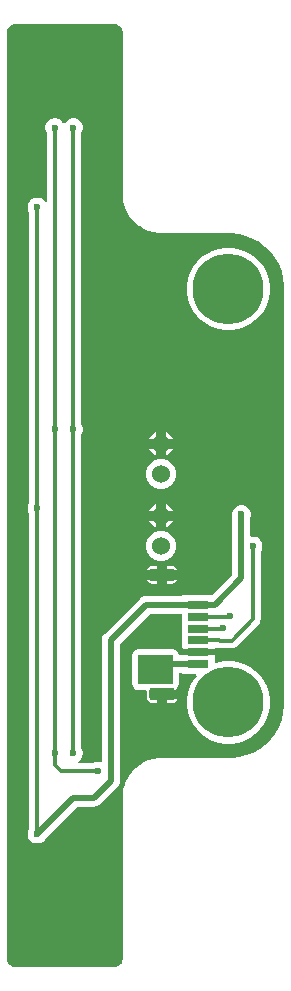
<source format=gbl>
G04*
<<<<<<< HEAD
G04 #@! TF.GenerationSoftware,Altium Limited,Altium Designer,24.2.2 (26)*
=======
G04 #@! TF.GenerationSoftware,Altium Limited,Altium Designer,25.1.2 (22)*
>>>>>>> 613e14270cc375eb23a491e7e857863a29f37ea3
G04*
G04 Layer_Physical_Order=2*
G04 Layer_Color=16711680*
%FSLAX43Y43*%
%MOMM*%
G71*
G04*
<<<<<<< HEAD
G04 #@! TF.SameCoordinates,18943E8E-3CEA-4A4F-804B-3BF1B2EDC90A*
=======
G04 #@! TF.SameCoordinates,424D808E-97C2-44CC-9905-EB33B72B0B61*
>>>>>>> 613e14270cc375eb23a491e7e857863a29f37ea3
G04*
G04*
G04 #@! TF.FilePolarity,Positive*
G04*
G01*
G75*
%ADD39C,0.300*%
%ADD40C,0.500*%
%ADD42C,1.524*%
%ADD43C,6.000*%
%ADD44C,0.600*%
G04:AMPARAMS|DCode=45|XSize=1.1mm|YSize=2.2mm|CornerRadius=0.275mm|HoleSize=0mm|Usage=FLASHONLY|Rotation=270.000|XOffset=0mm|YOffset=0mm|HoleType=Round|Shape=RoundedRectangle|*
%AMROUNDEDRECTD45*
21,1,1.100,1.650,0,0,270.0*
21,1,0.550,2.200,0,0,270.0*
1,1,0.550,-0.825,-0.275*
1,1,0.550,-0.825,0.275*
1,1,0.550,0.825,0.275*
1,1,0.550,0.825,-0.275*
%
%ADD45ROUNDEDRECTD45*%
%ADD46R,1.800X0.700*%
G36*
X9523Y80123D02*
X9658Y80067D01*
X9780Y79985D01*
X9884Y79881D01*
X9965Y79759D01*
X10022Y79624D01*
X10050Y79480D01*
Y79406D01*
Y65706D01*
X10051Y65702D01*
X10050Y65698D01*
X10057Y65502D01*
X10060Y65489D01*
X10059Y65477D01*
X10110Y65088D01*
X10116Y65072D01*
X10117Y65055D01*
X10218Y64676D01*
X10226Y64661D01*
X10229Y64644D01*
X10379Y64282D01*
X10388Y64268D01*
X10394Y64252D01*
X10590Y63912D01*
X10601Y63900D01*
X10609Y63884D01*
X10847Y63573D01*
X10860Y63562D01*
X10869Y63548D01*
X11147Y63271D01*
X11161Y63261D01*
X11172Y63249D01*
X11483Y63010D01*
X11498Y63002D01*
X11511Y62991D01*
X11851Y62795D01*
X11867Y62790D01*
X11881Y62780D01*
X12243Y62630D01*
X12260Y62627D01*
X12275Y62619D01*
X12654Y62518D01*
X12671Y62517D01*
X12687Y62511D01*
X13076Y62460D01*
X13088Y62461D01*
X13101Y62458D01*
X13297Y62452D01*
X13301Y62452D01*
X13305Y62451D01*
X19316D01*
X19933Y62370D01*
X20534Y62209D01*
X21108Y61971D01*
X21647Y61660D01*
X22141Y61282D01*
X22580Y60842D01*
X22959Y60348D01*
X23270Y59810D01*
X23508Y59235D01*
X23669Y58634D01*
X23750Y58017D01*
Y57706D01*
Y22706D01*
Y22395D01*
X23669Y21779D01*
X23508Y21178D01*
X23270Y20603D01*
X22959Y20064D01*
X22580Y19571D01*
X22141Y19131D01*
X21647Y18752D01*
X21108Y18441D01*
X20534Y18203D01*
X19933Y18042D01*
X19316Y17961D01*
X13305D01*
X13301Y17960D01*
X13297Y17961D01*
X13101Y17955D01*
X13088Y17952D01*
X13076Y17953D01*
X12687Y17901D01*
X12671Y17896D01*
X12654Y17895D01*
X12275Y17793D01*
X12260Y17786D01*
X12243Y17783D01*
X11881Y17632D01*
X11867Y17623D01*
X11851Y17618D01*
X11511Y17421D01*
X11498Y17410D01*
X11483Y17403D01*
X11172Y17164D01*
X11161Y17151D01*
X11147Y17142D01*
X10869Y16865D01*
X10860Y16851D01*
X10847Y16840D01*
X10609Y16528D01*
X10601Y16513D01*
X10590Y16500D01*
X10394Y16161D01*
X10388Y16145D01*
X10379Y16131D01*
X10229Y15768D01*
X10226Y15752D01*
X10218Y15737D01*
X10117Y15358D01*
X10116Y15341D01*
X10110Y15325D01*
X10059Y14936D01*
X10060Y14923D01*
X10057Y14911D01*
X10050Y14715D01*
X10051Y14711D01*
X10050Y14706D01*
Y1006D01*
Y933D01*
X10022Y789D01*
X9965Y653D01*
X9884Y531D01*
X9780Y428D01*
X9658Y346D01*
X9523Y290D01*
X9379Y261D01*
X9305Y261D01*
X933D01*
X789Y290D01*
X653Y346D01*
X531Y428D01*
X428Y531D01*
X346Y653D01*
X290Y789D01*
X261Y933D01*
Y1006D01*
Y79406D01*
Y79480D01*
X290Y79624D01*
X346Y79759D01*
X428Y79881D01*
X531Y79985D01*
X653Y80067D01*
X789Y80123D01*
X933Y80151D01*
X9379D01*
X9523Y80123D01*
D02*
G37*
%LPC*%
G36*
X4423Y72158D02*
X4213D01*
X4009Y72103D01*
X3827Y71998D01*
X3678Y71849D01*
X3573Y71667D01*
X3518Y71463D01*
Y71253D01*
X3573Y71049D01*
X3664Y70890D01*
Y65043D01*
X3537Y65009D01*
X3465Y65134D01*
X3316Y65283D01*
X3134Y65388D01*
X2930Y65443D01*
X2720D01*
X2516Y65388D01*
X2334Y65283D01*
X2185Y65134D01*
X2080Y64952D01*
X2025Y64748D01*
Y64538D01*
X2080Y64334D01*
X2169Y64179D01*
Y39580D01*
X2080Y39425D01*
X2025Y39221D01*
Y39011D01*
X2080Y38807D01*
X2169Y38652D01*
Y12021D01*
X2080Y11866D01*
X2025Y11662D01*
Y11452D01*
X2080Y11248D01*
X2185Y11066D01*
X2334Y10917D01*
X2516Y10812D01*
X2720Y10757D01*
X2930D01*
X3134Y10812D01*
X3316Y10917D01*
X3465Y11066D01*
X3557Y11225D01*
X6201Y13869D01*
X7640D01*
X7836Y13894D01*
X8018Y13970D01*
X8175Y14090D01*
X9601Y15516D01*
X9601Y15516D01*
X9721Y15673D01*
X9797Y15855D01*
X9823Y16051D01*
Y27676D01*
X12340Y30194D01*
X15064D01*
Y29100D01*
Y28100D01*
Y27100D01*
X15364D01*
Y26800D01*
X15064D01*
Y26706D01*
X14790D01*
X14758Y26865D01*
X14648Y27030D01*
X14483Y27141D01*
X14288Y27180D01*
X11366D01*
X11171Y27141D01*
X11006Y27030D01*
X10896Y26865D01*
X10857Y26670D01*
Y24257D01*
X10896Y24062D01*
X11006Y23897D01*
X11171Y23786D01*
X11366Y23747D01*
X12045D01*
X12105Y23675D01*
Y23125D01*
X12142Y22940D01*
X12247Y22783D01*
X12404Y22678D01*
X12589Y22641D01*
X12984D01*
Y23400D01*
X13414D01*
Y23747D01*
X14288D01*
X14483Y23786D01*
X14549Y23830D01*
X14692D01*
X14686Y23860D01*
X14655Y23907D01*
X14758Y24062D01*
X14797Y24257D01*
Y25194D01*
X15064D01*
Y25100D01*
X16288D01*
X16306Y25057D01*
X16326Y24973D01*
X16012Y24541D01*
X15762Y24050D01*
X15591Y23526D01*
X15505Y22982D01*
Y22431D01*
X15591Y21887D01*
X15762Y21363D01*
X16012Y20872D01*
X16336Y20426D01*
X16725Y20037D01*
X17171Y19713D01*
X17662Y19463D01*
X18186Y19293D01*
X18730Y19206D01*
X19281D01*
X19825Y19293D01*
X20349Y19463D01*
X20840Y19713D01*
X21285Y20037D01*
X21675Y20426D01*
X21999Y20872D01*
X22249Y21363D01*
X22419Y21887D01*
X22505Y22431D01*
Y22982D01*
X22419Y23526D01*
X22249Y24050D01*
X21999Y24541D01*
X21675Y24986D01*
X21285Y25376D01*
X20840Y25700D01*
X20349Y25950D01*
X19825Y26120D01*
X19281Y26206D01*
X18730D01*
X18186Y26120D01*
X17967Y26049D01*
X17864Y26124D01*
Y26800D01*
X17564D01*
Y27100D01*
X17864D01*
Y27294D01*
X18167D01*
X18264Y27282D01*
X19301D01*
X19471Y27304D01*
X19629Y27369D01*
X19765Y27474D01*
X21546Y29254D01*
X21650Y29390D01*
X21715Y29548D01*
X21738Y29718D01*
Y35477D01*
X21827Y35632D01*
X21882Y35836D01*
Y36046D01*
X21827Y36250D01*
X21722Y36432D01*
X21573Y36581D01*
X21391Y36686D01*
X21187Y36741D01*
X20977D01*
X20969Y36739D01*
X20868Y36816D01*
Y38340D01*
X20912Y38503D01*
Y38713D01*
X20857Y38917D01*
X20752Y39099D01*
X20603Y39248D01*
X20421Y39353D01*
X20217Y39408D01*
X20007D01*
X19803Y39353D01*
X19621Y39248D01*
X19472Y39099D01*
X19366Y38917D01*
X19312Y38713D01*
Y38503D01*
X19355Y38340D01*
Y33506D01*
X17649Y31800D01*
X15064D01*
Y31706D01*
X12027D01*
X11831Y31681D01*
X11649Y31605D01*
X11492Y31485D01*
X11492Y31485D01*
X8531Y28524D01*
X8411Y28367D01*
X8335Y28185D01*
X8310Y27989D01*
Y17741D01*
X8209Y17663D01*
X8106Y17691D01*
X7896D01*
X7692Y17636D01*
X7537Y17547D01*
X6272D01*
X6238Y17674D01*
X6379Y17755D01*
X6528Y17904D01*
X6633Y18086D01*
X6687Y18290D01*
Y18500D01*
X6633Y18704D01*
X6541Y18863D01*
Y45354D01*
X6629Y45506D01*
X6683Y45710D01*
Y45920D01*
X6629Y46124D01*
X6541Y46276D01*
Y70897D01*
X6629Y71049D01*
X6683Y71253D01*
Y71463D01*
X6629Y71667D01*
X6524Y71849D01*
X6375Y71998D01*
X6192Y72103D01*
X5989Y72158D01*
X5778D01*
X5575Y72103D01*
X5392Y71998D01*
X5243Y71849D01*
X5174Y71729D01*
X5028Y71729D01*
X4958Y71849D01*
X4809Y71998D01*
X4627Y72103D01*
X4423Y72158D01*
D02*
G37*
G36*
X19281Y61206D02*
X18730D01*
X18186Y61120D01*
X17662Y60950D01*
X17171Y60700D01*
X16725Y60376D01*
X16336Y59986D01*
X16012Y59541D01*
X15762Y59050D01*
X15591Y58526D01*
X15505Y57982D01*
Y57431D01*
X15591Y56887D01*
X15762Y56363D01*
X16012Y55872D01*
X16336Y55426D01*
X16725Y55037D01*
X17171Y54713D01*
X17662Y54463D01*
X18186Y54293D01*
X18730Y54206D01*
X19281D01*
X19825Y54293D01*
X20349Y54463D01*
X20840Y54713D01*
X21285Y55037D01*
X21675Y55426D01*
X21999Y55872D01*
X22249Y56363D01*
X22419Y56887D01*
X22505Y57431D01*
Y57982D01*
X22419Y58526D01*
X22249Y59050D01*
X21999Y59541D01*
X21675Y59986D01*
X21285Y60376D01*
X20840Y60700D01*
X20349Y60950D01*
X19825Y61120D01*
X19281Y61206D01*
D02*
G37*
G36*
X13696Y45586D02*
Y44994D01*
X14288D01*
X14285Y45004D01*
X14146Y45246D01*
X13948Y45444D01*
X13706Y45584D01*
X13696Y45586D01*
D02*
G37*
G36*
X12896D02*
X12886Y45584D01*
X12644Y45444D01*
X12446Y45246D01*
X12306Y45004D01*
X12304Y44994D01*
X12896D01*
Y45586D01*
D02*
G37*
G36*
X14288Y44194D02*
X13696D01*
Y43602D01*
X13706Y43604D01*
X13948Y43744D01*
X14146Y43942D01*
X14285Y44184D01*
X14288Y44194D01*
D02*
G37*
G36*
X12896D02*
X12304D01*
X12306Y44184D01*
X12446Y43942D01*
X12644Y43744D01*
X12886Y43604D01*
X12896Y43602D01*
Y44194D01*
D02*
G37*
G36*
X13462Y43316D02*
X13130D01*
X12809Y43230D01*
X12521Y43064D01*
X12286Y42829D01*
X12120Y42541D01*
X12034Y42220D01*
Y41888D01*
X12120Y41567D01*
X12286Y41279D01*
X12521Y41044D01*
X12809Y40878D01*
X13130Y40792D01*
X13462D01*
X13783Y40878D01*
X14071Y41044D01*
X14306Y41279D01*
X14472Y41567D01*
X14558Y41888D01*
Y42220D01*
X14472Y42541D01*
X14306Y42829D01*
X14071Y43064D01*
X13783Y43230D01*
X13462Y43316D01*
D02*
G37*
G36*
X13696Y39490D02*
Y38898D01*
X14288D01*
X14285Y38908D01*
X14146Y39150D01*
X13948Y39348D01*
X13706Y39488D01*
X13696Y39490D01*
D02*
G37*
G36*
X12896D02*
X12886Y39488D01*
X12644Y39348D01*
X12446Y39150D01*
X12306Y38908D01*
X12304Y38898D01*
X12896D01*
Y39490D01*
D02*
G37*
G36*
X14288Y38098D02*
X13696D01*
Y37506D01*
X13706Y37508D01*
X13948Y37648D01*
X14146Y37846D01*
X14285Y38088D01*
X14288Y38098D01*
D02*
G37*
G36*
X12896D02*
X12304D01*
X12306Y38088D01*
X12446Y37846D01*
X12644Y37648D01*
X12886Y37508D01*
X12896Y37506D01*
Y38098D01*
D02*
G37*
G36*
X13462Y37220D02*
X13130D01*
X12809Y37134D01*
X12521Y36968D01*
X12286Y36733D01*
X12120Y36445D01*
X12034Y36124D01*
Y35792D01*
X12120Y35471D01*
X12286Y35183D01*
X12521Y34948D01*
X12809Y34782D01*
X13130Y34696D01*
X13462D01*
X13783Y34782D01*
X14071Y34948D01*
X14306Y35183D01*
X14472Y35471D01*
X14558Y35792D01*
Y36124D01*
X14472Y36445D01*
X14306Y36733D01*
X14071Y36968D01*
X13783Y37134D01*
X13462Y37220D01*
D02*
G37*
G36*
X14239Y34259D02*
X13844D01*
Y33930D01*
X14692D01*
X14686Y33960D01*
X14581Y34117D01*
X14424Y34222D01*
X14239Y34259D01*
D02*
G37*
G36*
X12984D02*
X12589D01*
X12404Y34222D01*
X12247Y34117D01*
X12142Y33960D01*
X12136Y33930D01*
X12984D01*
Y34259D01*
D02*
G37*
G36*
X14692Y33070D02*
X13844D01*
Y32741D01*
X14239D01*
X14424Y32778D01*
X14581Y32883D01*
X14686Y33040D01*
X14692Y33070D01*
D02*
G37*
G36*
X12984D02*
X12136D01*
X12142Y33040D01*
X12247Y32883D01*
X12404Y32778D01*
X12589Y32741D01*
X12984D01*
Y33070D01*
D02*
G37*
G36*
X14692Y22970D02*
X13844D01*
Y22641D01*
X14239D01*
X14424Y22678D01*
X14581Y22783D01*
X14686Y22940D01*
X14692Y22970D01*
D02*
G37*
%LPD*%
G36*
X14288Y24257D02*
X11366D01*
Y26670D01*
X14288D01*
Y24257D01*
D02*
G37*
G36*
X19342Y23684D02*
X19350Y23683D01*
X19369Y23681D01*
X19390Y23677D01*
X19413Y23671D01*
X19436Y23664D01*
X19460Y23653D01*
X19461D01*
X19463Y23652D01*
X19466Y23650D01*
X19470Y23647D01*
X19481Y23640D01*
X19494Y23630D01*
X19510Y23617D01*
X19526Y23601D01*
X19543Y23582D01*
X19558Y23561D01*
Y23560D01*
X19560Y23558D01*
X19561Y23555D01*
X19564Y23551D01*
X19567Y23545D01*
X19572Y23538D01*
X19575Y23529D01*
X19580Y23521D01*
X19589Y23500D01*
X19599Y23476D01*
X19610Y23447D01*
X19618Y23416D01*
Y23415D01*
X19619Y23412D01*
X19620Y23408D01*
X19621Y23401D01*
X19623Y23392D01*
X19625Y23382D01*
X19628Y23370D01*
X19630Y23356D01*
X19631Y23340D01*
X19633Y23323D01*
X19635Y23304D01*
X19637Y23284D01*
X19638Y23262D01*
X19639Y23239D01*
X19640Y23214D01*
Y23187D01*
Y23185D01*
Y23180D01*
Y23170D01*
Y23159D01*
X19639Y23144D01*
X19638Y23128D01*
X19637Y23109D01*
X19636Y23089D01*
X19634Y23067D01*
X19632Y23044D01*
X19625Y22998D01*
X19616Y22953D01*
X19611Y22930D01*
X19604Y22910D01*
Y22909D01*
X19602Y22906D01*
X19601Y22900D01*
X19598Y22893D01*
X19594Y22884D01*
X19589Y22874D01*
X19584Y22863D01*
X19578Y22850D01*
X19563Y22824D01*
X19545Y22797D01*
X19524Y22771D01*
X19511Y22759D01*
X19499Y22748D01*
X19498Y22747D01*
X19495Y22745D01*
X19491Y22742D01*
X19486Y22739D01*
X19480Y22735D01*
X19471Y22730D01*
X19462Y22724D01*
X19450Y22719D01*
X19438Y22714D01*
X19425Y22708D01*
X19411Y22704D01*
X19395Y22699D01*
X19378Y22696D01*
X19360Y22693D01*
X19342Y22692D01*
X19322Y22691D01*
X19316D01*
X19308Y22692D01*
X19299Y22693D01*
X19287Y22694D01*
X19274Y22696D01*
X19259Y22699D01*
X19242Y22703D01*
X19225Y22708D01*
X19207Y22715D01*
X19188Y22723D01*
X19170Y22733D01*
X19152Y22744D01*
X19134Y22758D01*
X19117Y22773D01*
X19101Y22791D01*
X19100Y22792D01*
X19097Y22796D01*
X19093Y22804D01*
X19087Y22814D01*
X19079Y22828D01*
X19071Y22844D01*
X19062Y22864D01*
X19054Y22886D01*
X19044Y22912D01*
X19036Y22941D01*
X19027Y22974D01*
X19020Y23010D01*
X19014Y23049D01*
X19009Y23091D01*
X19006Y23137D01*
X19005Y23187D01*
Y23189D01*
Y23195D01*
Y23204D01*
X19006Y23216D01*
Y23230D01*
X19007Y23247D01*
X19008Y23266D01*
X19009Y23286D01*
X19012Y23309D01*
X19014Y23331D01*
X19020Y23377D01*
X19028Y23423D01*
X19034Y23445D01*
X19040Y23465D01*
Y23466D01*
X19042Y23469D01*
X19044Y23476D01*
X19046Y23483D01*
X19051Y23491D01*
X19055Y23502D01*
X19060Y23513D01*
X19066Y23525D01*
X19081Y23552D01*
X19100Y23578D01*
X19121Y23604D01*
X19133Y23616D01*
X19146Y23628D01*
X19147Y23629D01*
X19149Y23630D01*
X19153Y23633D01*
X19158Y23636D01*
X19165Y23641D01*
X19173Y23646D01*
X19183Y23651D01*
X19194Y23656D01*
X19206Y23662D01*
X19220Y23667D01*
X19234Y23672D01*
X19249Y23676D01*
X19266Y23680D01*
X19284Y23683D01*
X19303Y23684D01*
X19322Y23685D01*
X19335D01*
X19342Y23684D01*
D02*
G37*
%LPC*%
G36*
X19321Y23585D02*
X19314D01*
X19307Y23584D01*
X19301Y23583D01*
X19293Y23582D01*
X19274Y23577D01*
X19252Y23569D01*
X19242Y23563D01*
X19230Y23556D01*
X19220Y23548D01*
X19209Y23539D01*
X19199Y23528D01*
X19189Y23516D01*
X19188Y23515D01*
X19187Y23512D01*
X19184Y23506D01*
X19180Y23498D01*
X19175Y23487D01*
X19170Y23475D01*
X19164Y23460D01*
X19158Y23441D01*
X19153Y23420D01*
X19147Y23396D01*
X19141Y23369D01*
X19137Y23339D01*
X19133Y23307D01*
X19131Y23270D01*
X19129Y23230D01*
X19128Y23187D01*
Y23186D01*
Y23184D01*
Y23181D01*
Y23177D01*
Y23171D01*
Y23164D01*
X19129Y23148D01*
X19130Y23129D01*
X19131Y23107D01*
X19132Y23083D01*
X19135Y23057D01*
X19141Y23003D01*
X19146Y22977D01*
X19151Y22950D01*
X19157Y22926D01*
X19166Y22904D01*
X19174Y22884D01*
X19184Y22867D01*
X19185Y22866D01*
X19186Y22864D01*
X19189Y22860D01*
X19194Y22854D01*
X19200Y22849D01*
X19206Y22843D01*
X19222Y22828D01*
X19242Y22813D01*
X19266Y22801D01*
X19279Y22796D01*
X19293Y22792D01*
X19307Y22790D01*
X19322Y22789D01*
X19325D01*
X19331Y22790D01*
X19336D01*
X19343Y22791D01*
X19352Y22793D01*
X19371Y22798D01*
X19381Y22802D01*
X19392Y22808D01*
X19404Y22814D01*
X19415Y22823D01*
X19427Y22831D01*
X19438Y22842D01*
X19450Y22854D01*
X19461Y22868D01*
X19462Y22869D01*
X19463Y22872D01*
X19466Y22876D01*
X19469Y22884D01*
X19474Y22893D01*
X19479Y22906D01*
X19484Y22921D01*
X19489Y22938D01*
X19494Y22958D01*
X19500Y22981D01*
X19505Y23006D01*
X19509Y23036D01*
X19512Y23069D01*
X19516Y23105D01*
X19517Y23144D01*
X19518Y23187D01*
Y23188D01*
Y23190D01*
Y23193D01*
Y23198D01*
Y23203D01*
Y23209D01*
X19517Y23226D01*
X19516Y23245D01*
X19514Y23267D01*
X19513Y23292D01*
X19510Y23317D01*
X19504Y23371D01*
X19499Y23397D01*
X19493Y23423D01*
X19487Y23447D01*
X19480Y23470D01*
X19471Y23489D01*
X19461Y23506D01*
X19460Y23507D01*
X19458Y23509D01*
X19455Y23514D01*
X19451Y23519D01*
X19445Y23524D01*
X19438Y23532D01*
X19431Y23539D01*
X19423Y23546D01*
X19402Y23560D01*
X19378Y23573D01*
X19365Y23578D01*
X19351Y23582D01*
X19337Y23584D01*
X19321Y23585D01*
D02*
G37*
%LPD*%
D39*
X5885Y18397D02*
Y71356D01*
X4320Y18397D02*
Y71356D01*
X4826Y16891D02*
X8001D01*
X4322Y17395D02*
X4826Y16891D01*
X4322Y17395D02*
Y18395D01*
X4318Y71358D02*
X4320Y71356D01*
Y18397D02*
X4322Y18395D01*
X2825Y11557D02*
Y39116D01*
X21082Y29718D02*
Y35941D01*
X19301Y27937D02*
X21082Y29718D01*
X16464Y27950D02*
X18251D01*
X18264Y27937D01*
X19301D01*
X16467Y28953D02*
X18539D01*
X18542Y28956D01*
X16464Y28950D02*
X16467Y28953D01*
X16464Y29950D02*
X16475Y29961D01*
X19166D01*
X19177Y29972D01*
X5885Y18397D02*
X5887Y18395D01*
X5883Y71358D02*
X5885Y71356D01*
X2825Y39116D02*
Y64643D01*
D40*
X5887Y14625D02*
X7640D01*
X9066Y16051D02*
Y27989D01*
X7640Y14625D02*
X9066Y16051D01*
X2825Y11563D02*
X5887Y14625D01*
X2825Y11557D02*
Y11563D01*
X19532Y26950D02*
X19558Y26924D01*
X16464Y26950D02*
X19532D01*
X15087D02*
X16464D01*
X14605Y27432D02*
X15087Y26950D01*
X9066Y27989D02*
X12027Y30950D01*
X16464D01*
X20112Y33193D02*
Y38608D01*
X17869Y30950D02*
X20112Y33193D01*
X16464Y30950D02*
X17869D01*
X12854Y25908D02*
X12896Y25950D01*
X16464D01*
X12827Y25908D02*
X12854D01*
D42*
X13296Y42054D02*
D03*
X13296Y44594D02*
D03*
Y35958D02*
D03*
Y38498D02*
D03*
D43*
X19005Y57706D02*
D03*
Y22706D02*
D03*
D44*
X13574Y25055D02*
D03*
X8001Y16891D02*
D03*
X4318Y71358D02*
D03*
X4318Y45815D02*
D03*
X4322Y18395D02*
D03*
X7095Y13316D02*
D03*
X21082Y35941D02*
D03*
X18542Y28956D02*
D03*
X19177Y29972D02*
D03*
X20112Y38608D02*
D03*
X11875Y24850D02*
D03*
X12827Y25908D02*
D03*
X5883Y45815D02*
D03*
X5883Y71358D02*
D03*
X5887Y18395D02*
D03*
X16421Y48387D02*
D03*
X7785Y73254D02*
D03*
Y60206D02*
D03*
Y35206D02*
D03*
Y20206D02*
D03*
Y7666D02*
D03*
X2825Y64643D02*
D03*
X8595Y10325D02*
D03*
X7095Y40856D02*
D03*
X8595Y37865D02*
D03*
Y63373D02*
D03*
X7095Y66364D02*
D03*
X2825Y11557D02*
D03*
Y39116D02*
D03*
D45*
X13414Y33500D02*
D03*
Y23400D02*
D03*
D46*
X16464Y26950D02*
D03*
Y29950D02*
D03*
Y30950D02*
D03*
Y27950D02*
D03*
Y28950D02*
D03*
Y25950D02*
D03*
M02*

</source>
